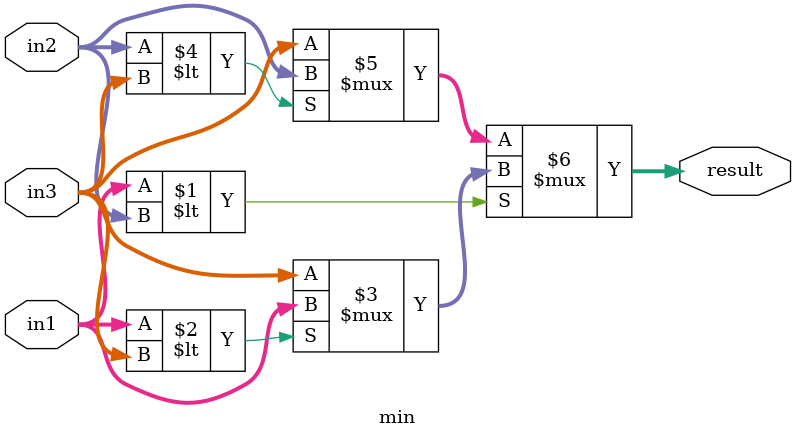
<source format=v>
`timescale 1ns / 1ps

module min # ( 
	parameter WIDTH = 11
	)
	(
	input [WIDTH - 1:0] in1,
	input [WIDTH - 1:0] in2,
	input [WIDTH - 1:0] in3,
	
	output [WIDTH - 1:0] result
	);


assign result = (in1 < in2) ? ((in1 < in3) ? in1 : in3) : ((in2 < in3) ? in2 : in3);

endmodule

</source>
